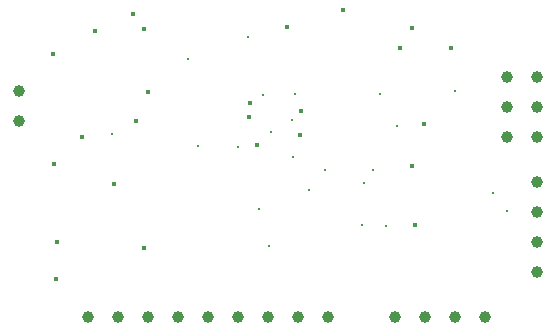
<source format=gbr>
%TF.GenerationSoftware,KiCad,Pcbnew,9.0.0*%
%TF.CreationDate,2025-06-05T18:30:24+05:30*%
%TF.ProjectId,MCU datalogger,4d435520-6461-4746-916c-6f676765722e,1*%
%TF.SameCoordinates,Original*%
%TF.FileFunction,Plated,1,4,PTH,Drill*%
%TF.FilePolarity,Positive*%
%FSLAX46Y46*%
G04 Gerber Fmt 4.6, Leading zero omitted, Abs format (unit mm)*
G04 Created by KiCad (PCBNEW 9.0.0) date 2025-06-05 18:30:24*
%MOMM*%
%LPD*%
G01*
G04 APERTURE LIST*
%TA.AperFunction,ViaDrill*%
%ADD10C,0.300000*%
%TD*%
%TA.AperFunction,ViaDrill*%
%ADD11C,0.400000*%
%TD*%
%TA.AperFunction,ComponentDrill*%
%ADD12C,1.000000*%
%TD*%
G04 APERTURE END LIST*
D10*
X73660000Y-98190000D03*
X80080000Y-91810000D03*
X80970000Y-99200000D03*
X84290185Y-99290185D03*
X85150000Y-89940000D03*
X86130000Y-104490000D03*
X86400000Y-94880000D03*
X86960000Y-107690000D03*
X87150000Y-98010000D03*
X88888151Y-97029787D03*
X88973730Y-100120644D03*
X89180000Y-94810000D03*
X90290000Y-102940000D03*
X91720000Y-101250000D03*
X94850000Y-105850000D03*
X94990000Y-102320000D03*
X95750000Y-101200000D03*
X96354716Y-94770000D03*
X96840000Y-105990000D03*
X97790000Y-97530000D03*
X102730000Y-94520000D03*
X105900000Y-103200000D03*
X107100000Y-104680000D03*
D11*
X68640000Y-91390000D03*
X68770000Y-100730000D03*
X68920000Y-110430000D03*
X69000000Y-107300000D03*
X71120000Y-98400000D03*
X72240000Y-89450000D03*
X73820000Y-102400000D03*
X75430000Y-88020000D03*
X75670000Y-97050000D03*
X76320000Y-89290000D03*
X76390000Y-107820000D03*
X76700000Y-94650000D03*
X85240000Y-96710000D03*
X85373828Y-95567811D03*
X85960000Y-99100000D03*
X88500000Y-89140000D03*
X89568402Y-98245228D03*
X89663998Y-96250000D03*
X93180000Y-87710000D03*
X98010000Y-90860000D03*
X99030000Y-89200000D03*
X99050000Y-100920000D03*
X99300000Y-105880000D03*
X100060000Y-97340000D03*
X102350000Y-90860000D03*
D12*
%TO.C,BT1*%
X65786000Y-94564200D03*
X65786000Y-97104200D03*
%TO.C,J3*%
X71628000Y-113690400D03*
X74168000Y-113690400D03*
X76708000Y-113690400D03*
X79248000Y-113690400D03*
X81788000Y-113690400D03*
X84328000Y-113690400D03*
X86868000Y-113690400D03*
X89408000Y-113690400D03*
X91948000Y-113690400D03*
%TO.C,J2*%
X97647600Y-113639600D03*
X100187600Y-113639600D03*
X102727600Y-113639600D03*
X105267600Y-113639600D03*
%TO.C,J4*%
X107061000Y-93345000D03*
X107061000Y-95885000D03*
X107061000Y-98425000D03*
X109601000Y-93345000D03*
X109601000Y-95885000D03*
X109601000Y-98425000D03*
%TO.C,J1*%
X109601000Y-102235000D03*
X109601000Y-104775000D03*
X109601000Y-107315000D03*
X109601000Y-109855000D03*
M02*

</source>
